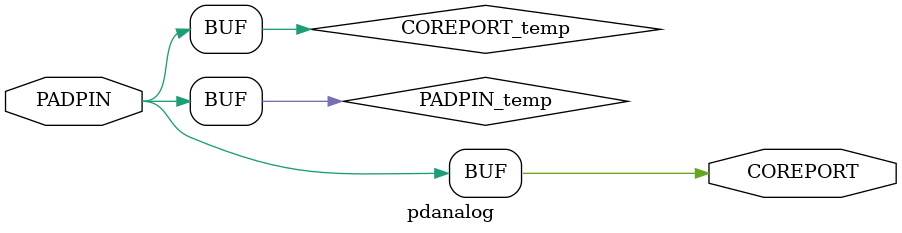
<source format=v>
module pdanalog(PADPIN,COREPORT);
  parameter PTYPE = "PLAIN";
  parameter YPITCH = "12MA";
  parameter SLIM_FLAG = 0;
  parameter
        d_PADPIN_r = 0,
        d_PADPIN_f = 0,
        d_COREPORT_r = 1,
        d_COREPORT_f = 1;
  input  PADPIN;
  output  COREPORT;
  wire  PADPIN_temp;
  reg  COREPORT_temp;
  assign #(d_PADPIN_r,d_PADPIN_f) PADPIN_temp = PADPIN;
  assign #(d_COREPORT_r,d_COREPORT_f) COREPORT = COREPORT_temp;
  always
    @(PADPIN_temp)
      COREPORT_temp = PADPIN_temp;
endmodule

</source>
